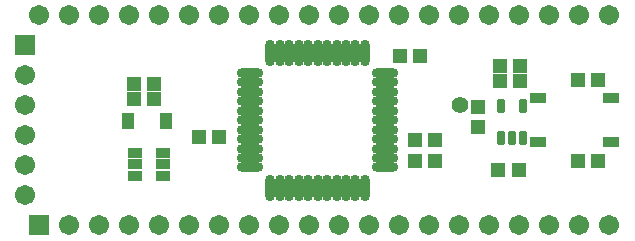
<source format=gts>
G04*
G04 #@! TF.GenerationSoftware,Altium Limited,Altium Designer,19.1.8 (144)*
G04*
G04 Layer_Color=8388736*
%FSLAX25Y25*%
%MOIN*%
G70*
G01*
G75*
%ADD20O,0.08871X0.03162*%
%ADD21O,0.03162X0.08871*%
%ADD22R,0.05131X0.03359*%
%ADD23R,0.05524X0.03800*%
%ADD24R,0.04383X0.05603*%
%ADD25R,0.05131X0.04737*%
%ADD26R,0.04737X0.05131*%
G04:AMPARAMS|DCode=27|XSize=47.37mil|YSize=29.65mil|CornerRadius=9.41mil|HoleSize=0mil|Usage=FLASHONLY|Rotation=90.000|XOffset=0mil|YOffset=0mil|HoleType=Round|Shape=RoundedRectangle|*
%AMROUNDEDRECTD27*
21,1,0.04737,0.01083,0,0,90.0*
21,1,0.02854,0.02965,0,0,90.0*
1,1,0.01883,0.00541,0.01427*
1,1,0.01883,0.00541,-0.01427*
1,1,0.01883,-0.00541,-0.01427*
1,1,0.01883,-0.00541,0.01427*
%
%ADD27ROUNDEDRECTD27*%
%ADD28C,0.06706*%
%ADD29R,0.06706X0.06706*%
%ADD30C,0.05524*%
%ADD31R,0.06706X0.06706*%
D20*
X100559Y50748D02*
D03*
Y47598D02*
D03*
Y44449D02*
D03*
Y41299D02*
D03*
Y38150D02*
D03*
Y35000D02*
D03*
Y31850D02*
D03*
Y28701D02*
D03*
Y25551D02*
D03*
Y22402D02*
D03*
Y19252D02*
D03*
X145441D02*
D03*
Y22402D02*
D03*
Y25551D02*
D03*
Y28701D02*
D03*
Y31850D02*
D03*
Y35000D02*
D03*
Y38150D02*
D03*
Y41299D02*
D03*
Y44449D02*
D03*
Y47598D02*
D03*
Y50748D02*
D03*
D21*
X107252Y12559D02*
D03*
X110402D02*
D03*
X113551D02*
D03*
X116701D02*
D03*
X119850D02*
D03*
X123000D02*
D03*
X126150D02*
D03*
X129299D02*
D03*
X132449D02*
D03*
X135598D02*
D03*
X138748D02*
D03*
Y57441D02*
D03*
X135598D02*
D03*
X132449D02*
D03*
X129299D02*
D03*
X126150D02*
D03*
X123000D02*
D03*
X119850D02*
D03*
X116701D02*
D03*
X113551D02*
D03*
X110402D02*
D03*
X107252D02*
D03*
D22*
X61976Y24040D02*
D03*
Y20300D02*
D03*
Y16560D02*
D03*
X71424D02*
D03*
Y20300D02*
D03*
Y24040D02*
D03*
D23*
X196495Y27618D02*
D03*
Y42382D02*
D03*
X220905D02*
D03*
Y27618D02*
D03*
D24*
X59643Y34600D02*
D03*
X72557D02*
D03*
D25*
X183653Y53000D02*
D03*
X190347D02*
D03*
X183653Y48000D02*
D03*
X190347D02*
D03*
X189946Y18415D02*
D03*
X183254D02*
D03*
X61853Y42000D02*
D03*
X68546D02*
D03*
X61853Y46900D02*
D03*
X68546D02*
D03*
X155472Y21400D02*
D03*
X162165D02*
D03*
X216347Y48500D02*
D03*
X209653D02*
D03*
X216347Y21500D02*
D03*
X209653D02*
D03*
X157147Y56400D02*
D03*
X150453D02*
D03*
X162165Y28500D02*
D03*
X155472D02*
D03*
X83335Y29500D02*
D03*
X90028D02*
D03*
D26*
X176500Y32768D02*
D03*
Y39461D02*
D03*
D27*
X183960Y29200D02*
D03*
X187700D02*
D03*
X191440D02*
D03*
X183960Y39830D02*
D03*
X191440D02*
D03*
D28*
X25500Y10000D02*
D03*
Y20000D02*
D03*
Y30000D02*
D03*
Y40000D02*
D03*
Y50000D02*
D03*
X130000Y70000D02*
D03*
X220000D02*
D03*
X210000D02*
D03*
X200000D02*
D03*
X190000D02*
D03*
X180000D02*
D03*
X170000D02*
D03*
X160000D02*
D03*
X150000D02*
D03*
X140000D02*
D03*
X30000D02*
D03*
X120000D02*
D03*
X110000D02*
D03*
X100000D02*
D03*
X90000D02*
D03*
X80000D02*
D03*
X70000D02*
D03*
X60000D02*
D03*
X50000D02*
D03*
X40000D02*
D03*
X210000Y0D02*
D03*
X200000D02*
D03*
X190000D02*
D03*
X180000D02*
D03*
X170000D02*
D03*
X160000D02*
D03*
X150000D02*
D03*
X140000D02*
D03*
X130000D02*
D03*
X220000D02*
D03*
X110000D02*
D03*
X100000D02*
D03*
X90000D02*
D03*
X80000D02*
D03*
X70000D02*
D03*
X60000D02*
D03*
X50000D02*
D03*
X40000D02*
D03*
X120000D02*
D03*
D29*
X25500Y60000D02*
D03*
D30*
X170400Y40100D02*
D03*
D31*
X30000Y0D02*
D03*
M02*

</source>
